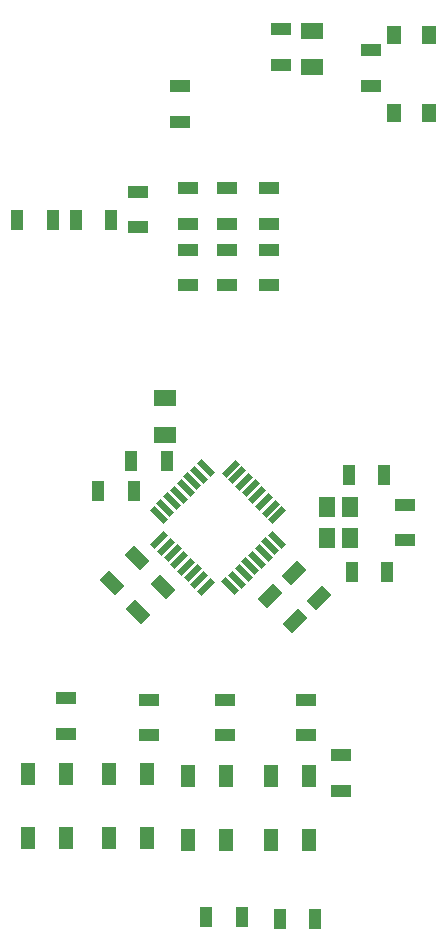
<source format=gtp>
G04*
G04 #@! TF.GenerationSoftware,Altium Limited,Altium Designer,24.3.1 (35)*
G04*
G04 Layer_Color=8421504*
%FSLAX44Y44*%
%MOMM*%
G71*
G04*
G04 #@! TF.SameCoordinates,270278F2-5DE0-4317-936F-1FC35F10D9A2*
G04*
G04*
G04 #@! TF.FilePolarity,Positive*
G04*
G01*
G75*
%ADD17R,1.4000X1.8000*%
G04:AMPARAMS|DCode=18|XSize=0.508mm|YSize=1.65mm|CornerRadius=0mm|HoleSize=0mm|Usage=FLASHONLY|Rotation=45.000|XOffset=0mm|YOffset=0mm|HoleType=Round|Shape=Rectangle|*
%AMROTATEDRECTD18*
4,1,4,0.4038,-0.7630,-0.7630,0.4038,-0.4038,0.7630,0.7630,-0.4038,0.4038,-0.7630,0.0*
%
%ADD18ROTATEDRECTD18*%

G04:AMPARAMS|DCode=19|XSize=0.508mm|YSize=1.65mm|CornerRadius=0mm|HoleSize=0mm|Usage=FLASHONLY|Rotation=315.000|XOffset=0mm|YOffset=0mm|HoleType=Round|Shape=Rectangle|*
%AMROTATEDRECTD19*
4,1,4,-0.7630,-0.4038,0.4038,0.7630,0.7630,0.4038,-0.4038,-0.7630,-0.7630,-0.4038,0.0*
%
%ADD19ROTATEDRECTD19*%

%ADD20R,1.1176X1.8034*%
G04:AMPARAMS|DCode=21|XSize=1.1176mm|YSize=1.8034mm|CornerRadius=0mm|HoleSize=0mm|Usage=FLASHONLY|Rotation=45.000|XOffset=0mm|YOffset=0mm|HoleType=Round|Shape=Rectangle|*
%AMROTATEDRECTD21*
4,1,4,0.2425,-1.0327,-1.0327,0.2425,-0.2425,1.0327,1.0327,-0.2425,0.2425,-1.0327,0.0*
%
%ADD21ROTATEDRECTD21*%

%ADD22R,1.8034X1.1176*%
%ADD23R,1.8500X1.3500*%
%ADD24R,1.2000X1.5000*%
%ADD25R,1.8542X1.3716*%
%ADD26R,1.2065X1.9000*%
G04:AMPARAMS|DCode=27|XSize=1.1176mm|YSize=1.8034mm|CornerRadius=0mm|HoleSize=0mm|Usage=FLASHONLY|Rotation=135.000|XOffset=0mm|YOffset=0mm|HoleType=Round|Shape=Rectangle|*
%AMROTATEDRECTD27*
4,1,4,1.0327,0.2425,-0.2425,-1.0327,-1.0327,-0.2425,0.2425,1.0327,1.0327,0.2425,0.0*
%
%ADD27ROTATEDRECTD27*%

D17*
X301030Y372880D02*
D03*
X281630Y399280D02*
D03*
Y372880D02*
D03*
X301030Y399280D02*
D03*
D18*
X139209Y392778D02*
D03*
X144777Y398345D02*
D03*
X150524Y404093D02*
D03*
X156092Y409660D02*
D03*
X161840Y415408D02*
D03*
X167407Y420976D02*
D03*
X173155Y426723D02*
D03*
X178722Y432291D02*
D03*
X239251Y371762D02*
D03*
X233683Y366195D02*
D03*
X227936Y360447D02*
D03*
X222368Y354879D02*
D03*
X216621Y349132D02*
D03*
X211053Y343564D02*
D03*
X205305Y337817D02*
D03*
X199738Y332249D02*
D03*
D19*
X179069Y331903D02*
D03*
X173501Y337471D02*
D03*
X167754Y343218D02*
D03*
X162186Y348786D02*
D03*
X156439Y354533D02*
D03*
X150871Y360101D02*
D03*
X145124Y365848D02*
D03*
X139556Y371416D02*
D03*
X200084Y431944D02*
D03*
X205652Y426376D02*
D03*
X211399Y420629D02*
D03*
X216967Y415061D02*
D03*
X222714Y409314D02*
D03*
X228282Y403746D02*
D03*
X234030Y397999D02*
D03*
X239597Y392431D02*
D03*
D20*
X271526Y50800D02*
D03*
X241554D02*
D03*
X87884Y412750D02*
D03*
X117856D02*
D03*
X179324Y52070D02*
D03*
X209296D02*
D03*
X68834Y642620D02*
D03*
X98806D02*
D03*
X302514Y344170D02*
D03*
X332486D02*
D03*
X19304Y642620D02*
D03*
X49276D02*
D03*
X115824Y438150D02*
D03*
X145796D02*
D03*
X329946Y426720D02*
D03*
X299974D02*
D03*
D21*
X121087Y356037D02*
D03*
X99893Y334843D02*
D03*
X142677Y331907D02*
D03*
X121483Y310713D02*
D03*
D22*
X242570Y803656D02*
D03*
Y773684D02*
D03*
X157480Y725424D02*
D03*
Y755396D02*
D03*
X232410Y669036D02*
D03*
Y639064D02*
D03*
X163830D02*
D03*
Y669036D02*
D03*
X196850Y639064D02*
D03*
Y669036D02*
D03*
X232410Y586994D02*
D03*
Y616966D02*
D03*
X196850Y586994D02*
D03*
Y616966D02*
D03*
X163830Y586994D02*
D03*
Y616966D02*
D03*
X121920Y666242D02*
D03*
Y636270D02*
D03*
X293370Y188976D02*
D03*
Y159004D02*
D03*
X347980Y401066D02*
D03*
Y371094D02*
D03*
X318770Y755904D02*
D03*
Y785876D02*
D03*
X60960Y207264D02*
D03*
Y237236D02*
D03*
X195580Y205994D02*
D03*
Y235966D02*
D03*
X130810Y205994D02*
D03*
Y235966D02*
D03*
X264160Y205994D02*
D03*
Y235966D02*
D03*
D23*
X269240Y772150D02*
D03*
Y802650D02*
D03*
D24*
X338060Y732810D02*
D03*
X368060Y798810D02*
D03*
X338060D02*
D03*
X368060Y732810D02*
D03*
D25*
X144780Y460629D02*
D03*
Y491871D02*
D03*
D26*
X196469Y117780D02*
D03*
Y171780D02*
D03*
X164211Y117780D02*
D03*
Y171780D02*
D03*
X266319Y117780D02*
D03*
Y171780D02*
D03*
X234061Y117780D02*
D03*
Y171780D02*
D03*
X60579Y119050D02*
D03*
Y173050D02*
D03*
X28321Y119050D02*
D03*
Y173050D02*
D03*
X129159Y119050D02*
D03*
Y173050D02*
D03*
X96901Y119050D02*
D03*
Y173050D02*
D03*
D27*
X254437Y303093D02*
D03*
X233243Y324287D02*
D03*
X274757Y322143D02*
D03*
X253563Y343337D02*
D03*
M02*

</source>
